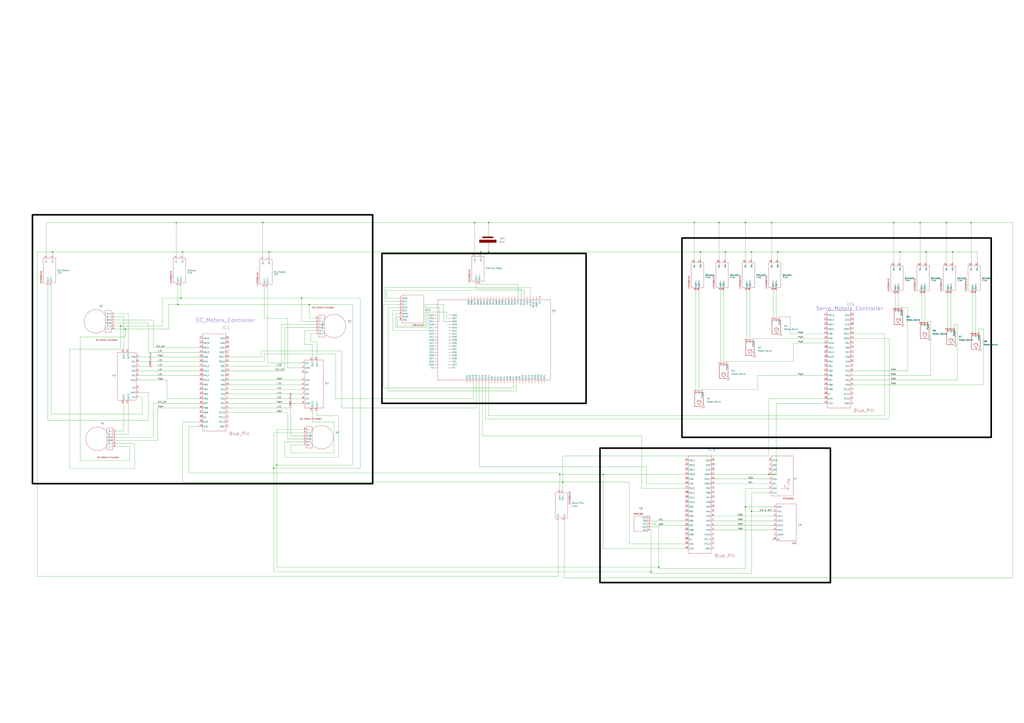
<source format=kicad_sch>
(kicad_sch (version 20231120) (generator "eeschema") (generator_version "8.0")
  (paper "A1")
  (lib_symbols
    (symbol "Blue_Pill_1"
      (property "Reference" "IC" (at -32.258 61.976 0))
      (symbol "Blue_Pill_1_1_1"
        (text "Blue_Pill\n" (at 23.876 -28.702 0) (effects (font (size 2.54 2.54))))
        (pin output line (at 15.24 -22.86 180) (length 2.54) (name "VBAT") (number "1"))
        (pin output line (at 15.24 11.43 180) (length 2.54) (name "PA5") (number "10"))
        (pin output line (at 15.24 15.24 180) (length 2.54) (name "PA6") (number "11"))
        (pin output line (at 15.24 19.05 180) (length 2.54) (name "PA7") (number "12"))
        (pin output line (at 15.24 22.86 180) (length 2.54) (name "PB0") (number "13"))
        (pin output line (at 15.24 26.67 180) (length 2.54) (name "PB1") (number "14"))
        (pin output line (at 15.24 30.48 180) (length 2.54) (name "PB10") (number "15"))
        (pin output line (at 15.24 34.29 180) (length 2.54) (name "PB11") (number "16"))
        (pin output line (at 15.24 38.1 180) (length 2.54) (name "NRST") (number "17"))
        (pin input line (at 15.24 41.91 180) (length 2.54) (name "3.3V") (number "18"))
        (pin input line (at 15.24 45.72 180) (length 2.54) (name "GND") (number "19"))
        (pin output line (at 15.24 -19.05 180) (length 2.54) (name "PC13") (number "2"))
        (pin input line (at 15.24 49.53 180) (length 2.54) (name "GND") (number "20"))
        (pin output line (at -8.89 49.53 0) (length 2.54) (name "PB12") (number "21"))
        (pin output line (at -8.89 45.72 0) (length 2.54) (name "PB13") (number "22"))
        (pin output line (at -8.89 41.91 0) (length 2.54) (name "PB14") (number "23"))
        (pin output line (at -8.89 38.1 0) (length 2.54) (name "PB15") (number "24"))
        (pin output line (at -8.89 34.29 0) (length 2.54) (name "PA8") (number "25"))
        (pin output line (at -8.89 30.48 0) (length 2.54) (name "PA9") (number "26"))
        (pin output line (at -8.89 26.67 0) (length 2.54) (name "PA10") (number "27"))
        (pin output line (at -8.89 22.86 0) (length 2.54) (name "PA11") (number "28"))
        (pin output line (at -8.89 19.05 0) (length 2.54) (name "PA12") (number "29"))
        (pin output line (at 15.24 -15.24 180) (length 2.54) (name "PC14") (number "3"))
        (pin output line (at -8.89 15.24 0) (length 2.54) (name "PA15") (number "30"))
        (pin output line (at -8.89 11.43 0) (length 2.54) (name "PB3") (number "31"))
        (pin output line (at -8.89 7.62 0) (length 2.54) (name "PB4") (number "32"))
        (pin output line (at -8.89 3.81 0) (length 2.54) (name "PB5") (number "33"))
        (pin output line (at -8.89 0 0) (length 2.54) (name "PB6") (number "34"))
        (pin output line (at -8.89 -3.81 0) (length 2.54) (name "PB7") (number "35"))
        (pin output line (at -8.89 -7.62 0) (length 2.54) (name "PB8") (number "36"))
        (pin output line (at -8.89 -11.43 0) (length 2.54) (name "PB9") (number "37"))
        (pin input line (at -8.89 -15.24 0) (length 2.54) (name "5V") (number "38"))
        (pin input line (at -8.89 -19.05 0) (length 2.54) (name "GND") (number "39"))
        (pin output line (at 15.24 -11.43 180) (length 2.54) (name "PC15") (number "4"))
        (pin input line (at -8.89 -22.86 0) (length 2.54) (name "3.3V") (number "40"))
        (pin output line (at 15.24 -7.62 180) (length 2.54) (name "PA0") (number "5"))
        (pin output line (at 15.24 -3.81 180) (length 2.54) (name "PA1") (number "6"))
        (pin output line (at 15.24 0 180) (length 2.54) (name "PA2") (number "7"))
        (pin output line (at 15.24 3.81 180) (length 2.54) (name "PA3") (number "8"))
        (pin output line (at 15.24 7.62 180) (length 2.54) (name "PA4") (number "9"))
      )
    )
    (symbol "Blue_Pill_2"
      (property "Reference" "IC" (at -32.258 61.976 0))
      (symbol "Blue_Pill_2_1_1"
        (text "Blue_Pill\n" (at 23.876 -28.702 0) (effects (font (size 2.54 2.54))))
        (pin output line (at 15.24 -22.86 180) (length 2.54) (name "VBAT") (number "1"))
        (pin output line (at 15.24 11.43 180) (length 2.54) (name "PA5") (number "10"))
        (pin output line (at 15.24 15.24 180) (length 2.54) (name "PA6") (number "11"))
        (pin output line (at 15.24 19.05 180) (length 2.54) (name "PA7") (number "12"))
        (pin output line (at 15.24 22.86 180) (length 2.54) (name "PB0") (number "13"))
        (pin output line (at 15.24 26.67 180) (length 2.54) (name "PB1") (number "14"))
        (pin output line (at 15.24 30.48 180) (length 2.54) (name "PB10") (number "15"))
        (pin output line (at 15.24 34.29 180) (length 2.54) (name "PB11") (number "16"))
        (pin output line (at 15.24 38.1 180) (length 2.54) (name "NRST") (number "17"))
        (pin input line (at 15.24 41.91 180) (length 2.54) (name "3.3V") (number "18"))
        (pin input line (at 15.24 45.72 180) (length 2.54) (name "GND") (number "19"))
        (pin output line (at 15.24 -19.05 180) (length 2.54) (name "PC13") (number "2"))
        (pin input line (at 15.24 49.53 180) (length 2.54) (name "GND") (number "20"))
        (pin output line (at -8.89 49.53 0) (length 2.54) (name "PB12") (number "21"))
        (pin output line (at -8.89 45.72 0) (length 2.54) (name "PB13") (number "22"))
        (pin output line (at -8.89 41.91 0) (length 2.54) (name "PB14") (number "23"))
        (pin output line (at -8.89 38.1 0) (length 2.54) (name "PB15") (number "24"))
        (pin output line (at -8.89 34.29 0) (length 2.54) (name "PA8") (number "25"))
        (pin output line (at -8.89 30.48 0) (length 2.54) (name "PA9") (number "26"))
        (pin output line (at -8.89 26.67 0) (length 2.54) (name "PA10") (number "27"))
        (pin output line (at -8.89 22.86 0) (length 2.54) (name "PA11") (number "28"))
        (pin output line (at -8.89 19.05 0) (length 2.54) (name "PA12") (number "29"))
        (pin output line (at 15.24 -15.24 180) (length 2.54) (name "PC14") (number "3"))
        (pin output line (at -8.89 15.24 0) (length 2.54) (name "PA15") (number "30"))
        (pin output line (at -8.89 11.43 0) (length 2.54) (name "PB3") (number "31"))
        (pin output line (at -8.89 7.62 0) (length 2.54) (name "PB4") (number "32"))
        (pin output line (at -8.89 3.81 0) (length 2.54) (name "PB5") (number "33"))
        (pin output line (at -8.89 0 0) (length 2.54) (name "PB6") (number "34"))
        (pin output line (at -8.89 -3.81 0) (length 2.54) (name "PB7") (number "35"))
        (pin output line (at -8.89 -7.62 0) (length 2.54) (name "PB8") (number "36"))
        (pin output line (at -8.89 -11.43 0) (length 2.54) (name "PB9") (number "37"))
        (pin input line (at -8.89 -15.24 0) (length 2.54) (name "5V") (number "38"))
        (pin input line (at -8.89 -19.05 0) (length 2.54) (name "GND") (number "39"))
        (pin output line (at 15.24 -11.43 180) (length 2.54) (name "PC15") (number "4"))
        (pin input line (at -8.89 -22.86 0) (length 2.54) (name "3.3V") (number "40"))
        (pin output line (at 15.24 -7.62 180) (length 2.54) (name "PA0") (number "5"))
        (pin output line (at 15.24 -3.81 180) (length 2.54) (name "PA1") (number "6"))
        (pin output line (at 15.24 0 180) (length 2.54) (name "PA2") (number "7"))
        (pin output line (at 15.24 3.81 180) (length 2.54) (name "PA3") (number "8"))
        (pin output line (at 15.24 7.62 180) (length 2.54) (name "PA4") (number "9"))
      )
    )
    (symbol "DC_Motor_Encoder_1"
      (property "Reference" "M" (at -20.066 5.842 0))
      (symbol "DC_Motor_Encoder_1_1_1"
        (text "DC_Motor+Encoder" (at -2.54 -20.32 0) (effects (font (size 1.27 1.27))))
        (pin input line (at 3.81 1.27 180) (length 2.54) (name "M+") (number "1"))
        (pin input line (at 3.81 -1.27 180) (length 2.54) (name "M-") (number "2"))
        (pin input line (at 3.81 -3.81 180) (length 2.54) (name "CHA") (number "3"))
        (pin input line (at 3.81 -6.35 180) (length 2.54) (name "CHB") (number "4"))
        (pin input line (at 3.81 -8.89 180) (length 2.54) (name "E+") (number "5"))
        (pin input line (at 3.81 -11.43 180) (length 2.54) (name "E-") (number "6"))
      )
    )
    (symbol "DC_Motor_Encoder_2"
      (property "Reference" "M" (at -20.066 5.842 0))
      (symbol "DC_Motor_Encoder_2_1_1"
        (text "DC_Motor+Encoder" (at -2.54 -20.32 0) (effects (font (size 1.27 1.27))))
        (pin input line (at 3.81 1.27 180) (length 2.54) (name "M+") (number "1"))
        (pin input line (at 3.81 -1.27 180) (length 2.54) (name "M-") (number "2"))
        (pin input line (at 3.81 -3.81 180) (length 2.54) (name "CHA") (number "3"))
        (pin input line (at 3.81 -6.35 180) (length 2.54) (name "CHB") (number "4"))
        (pin input line (at 3.81 -8.89 180) (length 2.54) (name "E+") (number "5"))
        (pin input line (at 3.81 -11.43 180) (length 2.54) (name "E-") (number "6"))
      )
    )
    (symbol "Device:Battery_Cell" (pin_numbers hide) (pin_names (offset 0) hide)
      (property "Reference" "BT1" (at -9.652 0.508 0))
      (property "Value" "25.2" (at -8.636 3.302 0))
      (symbol "Battery_Cell_1_1"
        (pin passive line (at 0 6.35 270) (length 2.54) (name "+") (number "1"))
        (pin passive line (at 0 -2.54 90) (length 2.54) (name "-") (number "2"))
      )
    )
    (symbol "M4_library:Arduino_Mega"
      (property "Reference" "IC" (at -18.542 24.638 0))
      (symbol "Arduino_Mega_1_1"
        (pin input line (at -21.59 6.35 0) (length 2.54) (name "+3.3V") (number ""))
        (pin input line (at -21.59 3.81 0) (length 2.54) (name "+5V") (number ""))
        (pin input line (at 36.83 -69.85 270) (length 2.54) (name "5V") (number ""))
        (pin input line (at 36.83 -60.96 90) (length 2.54) (name "5V") (number ""))
        (pin input line (at 49.53 12.7 180) (length 2.54) (name "AREF") (number ""))
        (pin input line (at 49.53 -25.4 180) (length 2.54) (name "D0") (number ""))
        (pin input line (at 49.53 -22.86 180) (length 2.54) (name "D1") (number ""))
        (pin input line (at 49.53 0 180) (length 2.54) (name "D10") (number ""))
        (pin input line (at 49.53 2.54 180) (length 2.54) (name "D11") (number ""))
        (pin input line (at 49.53 5.08 180) (length 2.54) (name "D12") (number ""))
        (pin input line (at 49.53 7.62 180) (length 2.54) (name "D13") (number ""))
        (pin input line (at 49.53 -27.94 180) (length 2.54) (name "D14") (number ""))
        (pin input line (at 49.53 -30.48 180) (length 2.54) (name "D15") (number ""))
        (pin input line (at 49.53 -33.02 180) (length 2.54) (name "D16") (number ""))
        (pin input line (at 49.53 -35.56 180) (length 2.54) (name "D17") (number ""))
        (pin input line (at 49.53 -38.1 180) (length 2.54) (name "D18") (number ""))
        (pin input line (at 49.53 -40.64 180) (length 2.54) (name "D19") (number ""))
        (pin input line (at 49.53 -20.32 180) (length 2.54) (name "D2") (number ""))
        (pin input line (at 49.53 -43.18 180) (length 2.54) (name "D20") (number ""))
        (pin input line (at 49.53 15.24 180) (length 2.54) (name "D20") (number ""))
        (pin input line (at 49.53 -45.72 180) (length 2.54) (name "D21") (number ""))
        (pin input line (at 49.53 17.78 180) (length 2.54) (name "D21") (number ""))
        (pin input line (at 34.29 -60.96 90) (length 2.54) (name "D22") (number ""))
        (pin input line (at 34.29 -69.85 270) (length 2.54) (name "D23") (number ""))
        (pin input line (at 31.75 -60.96 90) (length 2.54) (name "D24") (number ""))
        (pin input line (at 31.75 -69.85 270) (length 2.54) (name "D25") (number ""))
        (pin input line (at 29.21 -60.96 90) (length 2.54) (name "D26") (number ""))
        (pin input line (at 29.21 -69.85 270) (length 2.54) (name "D27") (number ""))
        (pin input line (at 26.67 -60.96 90) (length 2.54) (name "D28") (number ""))
        (pin input line (at 26.67 -69.85 270) (length 2.54) (name "D29") (number ""))
        (pin input line (at 49.53 -17.78 180) (length 2.54) (name "D3") (number ""))
        (pin input line (at 24.13 -60.96 90) (length 2.54) (name "D30") (number ""))
        (pin input line (at 24.13 -69.85 270) (length 2.54) (name "D31") (number ""))
        (pin input line (at 21.59 -60.96 90) (length 2.54) (name "D32") (number ""))
        (pin input line (at 21.59 -69.85 270) (length 2.54) (name "D33") (number ""))
        (pin input line (at 19.05 -60.96 90) (length 2.54) (name "D34") (number ""))
        (pin input line (at 19.05 -69.85 270) (length 2.54) (name "D35") (number ""))
        (pin input line (at 16.51 -60.96 90) (length 2.54) (name "D36") (number ""))
        (pin input line (at 16.51 -69.85 270) (length 2.54) (name "D37") (number ""))
        (pin input line (at 13.97 -60.96 90) (length 2.54) (name "D38") (number ""))
        (pin input line (at 13.97 -69.85 270) (length 2.54) (name "D39") (number ""))
        (pin input line (at 49.53 -15.24 180) (length 2.54) (name "D4") (number ""))
        (pin input line (at 11.43 -60.96 90) (length 2.54) (name "D40") (number ""))
        (pin input line (at 11.43 -69.85 270) (length 2.54) (name "D41") (number ""))
        (pin input line (at 8.89 -60.96 90) (length 2.54) (name "D42") (number ""))
        (pin input line (at 8.89 -69.85 270) (length 2.54) (name "D43") (number ""))
        (pin input line (at 6.35 -60.96 90) (length 2.54) (name "D44") (number ""))
        (pin input line (at 6.35 -69.85 270) (length 2.54) (name "D45") (number ""))
        (pin input line (at 3.81 -60.96 90) (length 2.54) (name "D46") (number ""))
        (pin input line (at 3.81 -69.85 270) (length 2.54) (name "D47") (number ""))
        (pin input line (at 1.27 -60.96 90) (length 2.54) (name "D48") (number ""))
        (pin input line (at 1.27 -69.85 270) (length 2.54) (name "D49") (number ""))
        (pin input line (at 49.53 -12.7 180) (length 2.54) (name "D5") (number ""))
        (pin input line (at -1.27 -60.96 90) (length 2.54) (name "D50") (number ""))
        (pin input line (at -1.27 -69.85 270) (length 2.54) (name "D51") (number ""))
        (pin input line (at -3.81 -60.96 90) (length 2.54) (name "D52") (number ""))
        (pin input line (at -3.81 -69.85 270) (length 2.54) (name "D53") (number ""))
        (pin input line (at -21.59 -6.35 0) (length 2.54) (name "D54") (number ""))
        (pin input line (at -21.59 -8.89 0) (length 2.54) (name "D55") (number ""))
        (pin input line (at -21.59 -11.43 0) (length 2.54) (name "D56") (number ""))
        (pin input line (at -21.59 -13.97 0) (length 2.54) (name "D57") (number ""))
        (pin input line (at -21.59 -16.51 0) (length 2.54) (name "D58") (number ""))
        (pin input line (at -21.59 -19.05 0) (length 2.54) (name "D59") (number ""))
        (pin input line (at 49.53 -10.16 180) (length 2.54) (name "D6") (number ""))
        (pin input line (at -21.59 -21.59 0) (length 2.54) (name "D60") (number ""))
        (pin input line (at -21.59 -24.13 0) (length 2.54) (name "D61") (number ""))
        (pin input line (at -21.59 -26.67 0) (length 2.54) (name "D62") (number ""))
        (pin input line (at -21.59 -29.21 0) (length 2.54) (name "D63") (number ""))
        (pin input line (at -21.59 -31.75 0) (length 2.54) (name "D64") (number ""))
        (pin input line (at -21.59 -34.29 0) (length 2.54) (name "D65") (number ""))
        (pin input line (at -21.59 -36.83 0) (length 2.54) (name "D66") (number ""))
        (pin input line (at -21.59 -39.37 0) (length 2.54) (name "D67") (number ""))
        (pin input line (at -21.59 -41.91 0) (length 2.54) (name "D68") (number ""))
        (pin input line (at -21.59 -44.45 0) (length 2.54) (name "D69") (number ""))
        (pin input line (at 49.53 -7.62 180) (length 2.54) (name "D7") (number ""))
        (pin input line (at 49.53 -5.08 180) (length 2.54) (name "D8") (number ""))
        (pin input line (at 49.53 -2.54 180) (length 2.54) (name "D9") (number ""))
        (pin input line (at -21.59 -1.27 0) (length 2.54) (name "GND") (number ""))
        (pin input line (at -21.59 1.27 0) (length 2.54) (name "GND") (number ""))
        (pin input line (at -6.35 -69.85 270) (length 2.54) (name "GND") (number ""))
        (pin input line (at -6.35 -60.96 90) (length 2.54) (name "GND") (number ""))
        (pin input line (at 49.53 10.16 180) (length 2.54) (name "GND") (number ""))
        (pin input line (at -21.59 11.43 0) (length 2.54) (name "IOREF") (number ""))
        (pin no_connect line (at -21.59 13.97 0) (length 2.54) (name "NC") (number ""))
        (pin input line (at -21.59 8.89 0) (length 2.54) (name "RESET") (number ""))
        (pin input line (at -21.59 -3.81 0) (length 2.54) (name "VIN") (number ""))
      )
    )
    (symbol "M4_library:BM180"
      (property "Reference" "IC" (at -6.858 8.128 0))
      (symbol "BM180_1_1"
        (text "BMP180" (at 1.524 -8.128 0) (effects (font (size 1.27 1.27))))
        (pin input line (at -8.89 5.08 0) (length 2.54) (name "VCC") (number "1"))
        (pin input line (at -8.89 2.54 0) (length 2.54) (name "GND") (number "2"))
        (pin output line (at -8.89 0 0) (length 2.54) (name "SCL") (number "3"))
        (pin output line (at -8.89 -2.54 0) (length 2.54) (name "SDA") (number "4"))
        (pin output line (at -8.89 -5.08 0) (length 2.54) (name "3.3V") (number "5"))
      )
    )
    (symbol "M4_library:Blue_Pill"
      (property "Reference" "IC" (at -32.258 61.976 0))
      (symbol "Blue_Pill_1_1"
        (text "Blue_Pill\n" (at 23.876 -28.702 0) (effects (font (size 2.54 2.54))))
        (pin output line (at 15.24 -22.86 180) (length 2.54) (name "VBAT") (number "1"))
        (pin output line (at 15.24 11.43 180) (length 2.54) (name "PA5") (number "10"))
        (pin output line (at 15.24 15.24 180) (length 2.54) (name "PA6") (number "11"))
        (pin output line (at 15.24 19.05 180) (length 2.54) (name "PA7") (number "12"))
        (pin output line (at 15.24 22.86 180) (length 2.54) (name "PB0") (number "13"))
        (pin output line (at 15.24 26.67 180) (length 2.54) (name "PB1") (number "14"))
        (pin output line (at 15.24 30.48 180) (length 2.54) (name "PB10") (number "15"))
        (pin output line (at 15.24 34.29 180) (length 2.54) (name "PB11") (number "16"))
        (pin output line (at 15.24 38.1 180) (length 2.54) (name "NRST") (number "17"))
        (pin input line (at 15.24 41.91 180) (length 2.54) (name "3.3V") (number "18"))
        (pin input line (at 15.24 45.72 180) (length 2.54) (name "GND") (number "19"))
        (pin output line (at 15.24 -19.05 180) (length 2.54) (name "PC13") (number "2"))
        (pin input line (at 15.24 49.53 180) (length 2.54) (name "GND") (number "20"))
        (pin output line (at -8.89 49.53 0) (length 2.54) (name "PB12") (number "21"))
        (pin output line (at -8.89 45.72 0) (length 2.54) (name "PB13") (number "22"))
        (pin output line (at -8.89 41.91 0) (length 2.54) (name "PB14") (number "23"))
        (pin output line (at -8.89 38.1 0) (length 2.54) (name "PB15") (number "24"))
        (pin output line (at -8.89 34.29 0) (length 2.54) (name "PA8") (number "25"))
        (pin output line (at -8.89 30.48 0) (length 2.54) (name "PA9") (number "26"))
        (pin output line (at -8.89 26.67 0) (length 2.54) (name "PA10") (number "27"))
        (pin output line (at -8.89 22.86 0) (length 2.54) (name "PA11") (number "28"))
        (pin output line (at -8.89 19.05 0) (length 2.54) (name "PA12") (number "29"))
        (pin output line (at 15.24 -15.24 180) (length 2.54) (name "PC14") (number "3"))
        (pin output line (at -8.89 15.24 0) (length 2.54) (name "PA15") (number "30"))
        (pin output line (at -8.89 11.43 0) (length 2.54) (name "PB3") (number "31"))
        (pin output line (at -8.89 7.62 0) (length 2.54) (name "PB4") (number "32"))
        (pin output line (at -8.89 3.81 0) (length 2.54) (name "PB5") (number "33"))
        (pin output line (at -8.89 0 0) (length 2.54) (name "PB6") (number "34"))
        (pin output line (at -8.89 -3.81 0) (length 2.54) (name "PB7") (number "35"))
        (pin output line (at -8.89 -7.62 0) (length 2.54) (name "PB8") (number "36"))
        (pin output line (at -8.89 -11.43 0) (length 2.54) (name "PB9") (number "37"))
        (pin input line (at -8.89 -15.24 0) (length 2.54) (name "5V") (number "38"))
        (pin input line (at -8.89 -19.05 0) (length 2.54) (name "GND") (number "39"))
        (pin output line (at 15.24 -11.43 180) (length 2.54) (name "PC15") (number "4"))
        (pin input line (at -8.89 -22.86 0) (length 2.54) (name "3.3V") (number "40"))
        (pin output line (at 15.24 -7.62 180) (length 2.54) (name "PA0") (number "5"))
        (pin output line (at 15.24 -3.81 180) (length 2.54) (name "PA1") (number "6"))
        (pin output line (at 15.24 0 180) (length 2.54) (name "PA2") (number "7"))
        (pin output line (at 15.24 3.81 180) (length 2.54) (name "PA3") (number "8"))
        (pin output line (at 15.24 7.62 180) (length 2.54) (name "PA4") (number "9"))
      )
    )
    (symbol "M4_library:ESC"
      (property "Reference" "IC6" (at 8.89 -2.0347 0))
      (property "Value" "~" (at 8.89 -3.9398 0))
      (symbol "ESC_1_1"
        (text "ESC" (at 6.096 -17.272 0) (effects (font (size 1.27 1.27))))
        (pin input line (at -11.43 12.7 0) (length 2.54) (name "GND") (number "1"))
        (pin input line (at -11.43 8.89 0) (length 2.54) (name "VCC") (number "2"))
        (pin output line (at -11.43 5.08 0) (length 2.54) (name "ESC1") (number "3"))
        (pin output line (at -11.43 1.27 0) (length 2.54) (name "ESC2") (number "4"))
        (pin output line (at -11.43 -2.54 0) (length 2.54) (name "ESC3") (number "5"))
        (pin output line (at -11.43 -6.35 0) (length 2.54) (name "ESC4") (number "6"))
        (pin output line (at -11.43 -10.16 0) (length 2.54) (name "CURR") (number "7"))
        (pin no_connect line (at -11.43 -13.97 0) (length 2.54) (name "NC") (number "8"))
      )
    )
    (symbol "M4_library:L298N_DRIVER"
      (property "Reference" "IC" (at -19.304 11.43 0))
      (symbol "L298N_DRIVER_1_1"
        (text "L298N_Driver\n" (at 12.7 -16.764 0) (effects (font (size 1.27 1.27))))
        (pin input line (at -10.16 -7.62 90) (length 2.54) (name "5V") (number "0"))
        (pin input line (at -17.78 -7.62 90) (length 2.54) (name "Vin") (number "1"))
        (pin output line (at -22.86 5.08 0) (length 2.54) (name "OUT1") (number "10"))
        (pin output line (at -22.86 1.27 0) (length 2.54) (name "OUT2") (number "11"))
        (pin output line (at 21.59 1.27 180) (length 2.54) (name "OUT3") (number "12"))
        (pin output line (at 21.59 5.08 180) (length 2.54) (name "OUT4") (number "13"))
        (pin input line (at -13.97 -7.62 90) (length 2.54) (name "GND") (number "2"))
        (pin output line (at -3.81 -7.62 90) (length 2.54) (name "ENA") (number "4"))
        (pin output line (at 0 -7.62 90) (length 2.54) (name "IN1") (number "5"))
        (pin output line (at 3.81 -7.62 90) (length 2.54) (name "IN2") (number "6"))
        (pin output line (at 7.62 -7.62 90) (length 2.54) (name "IN3") (number "7"))
        (pin output line (at 11.43 -7.62 90) (length 2.54) (name "IN4") (number "8"))
        (pin output line (at 15.24 -7.62 90) (length 2.54) (name "ENB") (number "9"))
      )
    )
    (symbol "M4_library:LM2596HVS"
      (property "Reference" "VR" (at -9.652 7.366 0))
      (symbol "LM2596HVS_1_1"
        (text "LM2596HVS\n" (at 5.842 -6.858 0) (effects (font (size 1.27 1.27))))
        (pin input line (at -12.7 2.54 0) (length 2.54) (name "IN+") (number "1"))
        (pin input line (at -12.7 -2.54 0) (length 2.54) (name "IN-") (number "2"))
        (pin output line (at 12.7 1.27 180) (length 2.54) (name "OUT+") (number "3"))
        (pin output line (at 12.7 -1.27 180) (length 2.54) (name "OUT-") (number "4"))
      )
    )
    (symbol "M4_library:MPU6050"
      (property "Reference" "IC7" (at 10.16 -2.4157 0))
      (property "Value" "~" (at 10.16 -4.3208 0))
      (symbol "MPU6050_1_1"
        (text "MPU6050\n" (at 6.096 -18.542 0) (effects (font (size 1.27 1.27))))
        (text "X" (at 3.048 -8.636 0) (effects (font (size 1.27 1.27))))
        (text "Y" (at 5.334 -5.334 0) (effects (font (size 1.27 1.27))))
        (pin input line (at -10.16 -13.97 0) (length 2.54) (name "VCC") (number "1"))
        (pin input line (at -10.16 -10.16 0) (length 2.54) (name "GND") (number "2"))
        (pin output line (at -10.16 -6.35 0) (length 2.54) (name "SCL") (number "3"))
        (pin output line (at -10.16 -2.54 0) (length 2.54) (name "SDA") (number "4"))
        (pin output line (at -10.16 1.27 0) (length 2.54) (name "XCL") (number "5"))
        (pin output line (at -10.16 5.08 0) (length 2.54) (name "XDA") (number "6"))
        (pin output line (at -10.16 8.89 0) (length 2.54) (name "AD0") (number "7"))
        (pin output line (at -10.16 12.7 0) (length 2.54) (name "INT0") (number "8"))
      )
    )
    (symbol "M4_library:NRF24L01_"
      (property "Reference" "IC" (at -8.89 12.954 0))
      (symbol "NRF24L01__1_1"
        (text "NRF24L01\n" (at 4.572 -13.208 0) (effects (font (size 1.27 1.27))))
        (pin input line (at -11.43 8.89 0) (length 2.54) (name "GND") (number "1"))
        (pin input line (at -11.43 6.35 0) (length 2.54) (name "VCC") (number "2"))
        (pin input line (at -11.43 3.81 0) (length 2.54) (name "CE") (number "3"))
        (pin input line (at -11.43 1.27 0) (length 2.54) (name "CSN") (number "4"))
        (pin input line (at -11.43 -1.27 0) (length 2.54) (name "SCK") (number "5"))
        (pin input line (at -11.43 -3.81 0) (length 2.54) (name "MOSI") (number "6"))
        (pin input line (at -11.43 -6.35 0) (length 2.54) (name "MISO") (number "7"))
        (pin input line (at -11.43 -8.89 0) (length 2.54) (name "IRQ") (number "8"))
      )
    )
    (symbol "Motor:Motor_Servo" (pin_names (offset 0.0254))
      (property "Reference" "M" (at -5.08 4.445 0))
      (property "Value" "Motor_Servo" (at -5.08 -4.064 0))
      (symbol "Motor_Servo_1_1"
        (pin passive line (at -7.62 2.54 0) (length 2.54) (name "PWM") (number "1"))
        (pin passive line (at -7.62 0 0) (length 2.54) (name "+") (number "2"))
        (pin passive line (at -7.62 -2.54 0) (length 2.54) (name "-") (number "3"))
      )
    )
  )
  (junction (at 631.19 389.89))
  (junction (at 782.32 207.01))
  (junction (at 220.98 207.01))
  (junction (at 534.67 469.9))
  (junction (at 224.79 384.81))
  (junction (at 389.89 182.88))
  (junction (at 617.22 420.37))
  (junction (at 462.28 396.24))
  (junction (at 149.86 207.01))
  (junction (at 570.23 182.88))
  (junction (at 595.63 207.01))
  (junction (at 739.14 207.01))
  (junction (at 734.06 182.88))
  (junction (at 590.55 182.88))
  (junction (at 797.56 182.88))
  (junction (at 102.87 270.51))
  (junction (at 215.9 182.88))
  (junction (at 144.78 182.88))
  (junction (at 148.59 245.11))
  (junction (at 99.06 267.97))
  (junction (at 612.14 182.88))
  (junction (at 459.74 389.89))
  (junction (at 633.73 182.88))
  (junction (at 401.32 207.01))
  (junction (at 254 250.19))
  (junction (at 575.31 207.01))
  (junction (at 541.02 466.09))
  (junction (at 755.65 182.88))
  (junction (at 227.33 382.27))
  (junction (at 146.05 250.19))
  (junction (at 638.81 207.01))
  (junction (at 760.73 207.01))
  (junction (at 617.22 207.01))
  (junction (at 394.97 207.01))
  (junction (at 495.3 389.89))
  (junction (at 43.18 207.01))
  (junction (at 612.14 416.56))
  (junction (at 777.24 182.88))
  (junction (at 247.65 245.11))
  (junction (at 401.32 182.88))
  (wire (pts (xy 591.82 238.76) (xy 591.82 297.18)))
  (wire (pts (xy 187.96 297.18) (xy 217.17 297.18)))
  (wire (pts (xy 367.03 256.54) (xy 367.03 261.62)))
  (wire (pts (xy 534.67 471.17) (xy 617.22 471.17)))
  (wire (pts (xy 637.54 389.89) (xy 631.19 389.89)))
  (wire (pts (xy 398.78 344.17) (xy 730.25 344.17)))
  (wire (pts (xy 759.46 241.3) (xy 759.46 264.16)))
  (wire (pts (xy 803.91 270.51) (xy 807.72 270.51)))
  (wire (pts (xy 783.59 266.7) (xy 786.13 266.7)))
  (wire (pts (xy 137.16 327.66) (xy 163.83 327.66)))
  (wire (pts (xy 66.04 378.46) (xy 66.04 276.86)))
  (wire (pts (xy 640.08 260.35) (xy 648.97 260.35)))
  (wire (pts (xy 612.14 416.56) (xy 612.14 467.36)))
  (wire (pts (xy 317.5 238.76) (xy 430.53 238.76)))
  (wire (pts (xy 394.97 207.01) (xy 401.32 207.01)))
  (wire (pts (xy 617.22 207.01) (xy 595.63 207.01)))
  (wire (pts (xy 110.49 364.49) (xy 110.49 384.81)))
  (wire (pts (xy 367.03 261.62) (xy 368.3 261.62)))
  (wire (pts (xy 463.55 474.98) (xy 831.85 474.98)))
  (wire (pts (xy 114.3 300.99) (xy 163.83 300.99)))
  (wire (pts (xy 613.41 238.76) (xy 613.41 278.13)))
  (wire (pts (xy 121.92 322.58) (xy 114.3 322.58)))
  (wire (pts (xy 534.67 433.07) (xy 541.02 433.07)))
  (wire (pts (xy 807.72 316.23) (xy 701.04 316.23)))
  (wire (pts (xy 622.3 308.61) (xy 676.91 308.61)))
  (wire (pts (xy 260.35 280.67) (xy 255.27 280.67)))
  (wire (pts (xy 248.92 360.68) (xy 236.22 360.68)))
  (wire (pts (xy 39.37 234.95) (xy 39.37 345.44)))
  (wire (pts (xy 220.98 207.01) (xy 394.97 207.01)))
  (wire (pts (xy 739.14 207.01) (xy 760.73 207.01)))
  (wire (pts (xy 760.73 207.01) (xy 782.32 207.01)))
  (wire (pts (xy 595.63 207.01) (xy 575.31 207.01)))
  (wire (pts (xy 734.06 182.88) (xy 734.06 215.9)))
  (wire (pts (xy 534.67 427.99) (xy 537.21 427.99)))
  (wire (pts (xy 351.79 256.54) (xy 367.03 256.54)))
  (wire (pts (xy 105.41 257.81) (xy 105.41 287.02)))
  (wire (pts (xy 360.68 252.73) (xy 360.68 264.16)))
  (wire (pts (xy 95.25 364.49) (xy 110.49 364.49)))
  (wire (pts (xy 57.15 384.81) (xy 57.15 287.02)))
  (wire (pts (xy 215.9 182.88) (xy 215.9 210.82)))
  (wire (pts (xy 562.61 447.04) (xy 516.89 447.04)))
  (wire (pts (xy 116.84 326.39) (xy 114.3 326.39)))
  (wire (pts (xy 259.08 269.24) (xy 233.68 269.24)))
  (wire (pts (xy 325.12 269.24) (xy 350.52 269.24)))
  (wire (pts (xy 238.76 358.14) (xy 238.76 335.28)))
  (wire (pts (xy 99.06 267.97) (xy 133.35 267.97)))
  (wire (pts (xy 137.16 312.42) (xy 137.16 327.66)))
  (wire (pts (xy 575.31 213.36) (xy 575.31 207.01)))
  (wire (pts (xy 421.64 318.77) (xy 421.64 314.96)))
  (wire (pts (xy 538.48 430.53) (xy 538.48 427.99)))
  (wire (pts (xy 735.33 241.3) (xy 735.33 252.73)))
  (wire (pts (xy 238.76 372.11) (xy 238.76 365.76)))
  (wire (pts (xy 756.92 241.3) (xy 756.92 264.16)))
  (wire (pts (xy 576.58 320.04) (xy 622.3 320.04)))
  (wire (pts (xy 121.92 265.43) (xy 121.92 289.56)))
  (wire (pts (xy 187.96 312.42) (xy 247.65 312.42)))
  (wire (pts (xy 351.79 271.78) (xy 351.79 256.54)))
  (wire (pts (xy 617.22 420.37) (xy 617.22 471.17)))
  (wire (pts (xy 125.73 285.75) (xy 163.83 285.75)))
  (wire (pts (xy 541.02 466.09) (xy 541.02 467.36)))
  (wire (pts (xy 637.54 331.47) (xy 676.91 331.47)))
  (wire (pts (xy 129.54 361.95) (xy 129.54 335.28)))
  (wire (pts (xy 495.3 450.85) (xy 495.3 389.89)))
  (wire (pts (xy 250.19 271.78) (xy 250.19 283.21)))
  (wire (pts (xy 612.14 213.36) (xy 612.14 182.88)))
  (wire (pts (xy 534.67 435.61) (xy 534.67 469.9)))
  (wire (pts (xy 233.68 363.22) (xy 248.92 363.22)))
  (wire (pts (xy 394.97 207.01) (xy 394.97 208.28)))
  (wire (pts (xy 401.32 207.01) (xy 575.31 207.01)))
  (wire (pts (xy 101.6 354.33) (xy 95.25 354.33)))
  (wire (pts (xy 396.24 358.14) (xy 527.05 358.14)))
  (wire (pts (xy 401.32 341.63) (xy 726.44 341.63)))
  (wire (pts (xy 635 260.35) (xy 635 238.76)))
  (wire (pts (xy 595.63 213.36) (xy 595.63 207.01)))
  (wire (pts (xy 462.28 396.24) (xy 462.28 402.59)))
  (wire (pts (xy 458.47 473.71) (xy 30.48 473.71)))
  (wire (pts (xy 238.76 365.76) (xy 248.92 365.76)))
  (wire (pts (xy 322.58 255.27) (xy 322.58 271.78)))
  (wire (pts (xy 116.84 340.36) (xy 116.84 326.39)))
  (wire (pts (xy 114.3 293.37) (xy 163.83 293.37)))
  (wire (pts (xy 739.14 207.01) (xy 739.14 215.9)))
  (wire (pts (xy 633.73 213.36) (xy 633.73 182.88)))
  (wire (pts (xy 651.51 281.94) (xy 676.91 281.94)))
  (wire (pts (xy 219.71 236.22) (xy 219.71 298.45)))
  (wire (pts (xy 586.74 427.99) (xy 635 427.99)))
  (wire (pts (xy 255.27 280.67) (xy 255.27 274.32)))
  (wire (pts (xy 327.66 250.19) (xy 314.96 250.19)))
  (wire (pts (xy 101.6 287.02) (xy 101.6 260.35)))
  (wire (pts (xy 125.73 359.41) (xy 125.73 331.47)))
  (wire (pts (xy 106.68 378.46) (xy 66.04 378.46)))
  (wire (pts (xy 233.68 269.24) (xy 233.68 304.8)))
  (wire (pts (xy 530.86 383.54) (xy 530.86 397.51)))
  (wire (pts (xy 762 264.16) (xy 764.54 264.16)))
  (wire (pts (xy 43.18 207.01) (xy 43.18 209.55)))
  (wire (pts (xy 316.23 236.22) (xy 435.61 236.22)))
  (wire (pts (xy 289.56 250.19) (xy 254 250.19)))
  (wire (pts (xy 740.41 252.73) (xy 745.49 252.73)))
  (wire (pts (xy 224.79 469.9) (xy 224.79 384.81)))
  (wire (pts (xy 622.3 320.04) (xy 622.3 308.61)))
  (wire (pts (xy 102.87 276.86) (xy 102.87 270.51)))
  (wire (pts (xy 248.92 358.14) (xy 238.76 358.14)))
  (wire (pts (xy 314.96 250.19) (xy 314.96 318.77)))
  (wire (pts (xy 248.92 353.06) (xy 227.33 353.06)))
  (wire (pts (xy 760.73 207.01) (xy 760.73 215.9)))
  (wire (pts (xy 802.64 215.9) (xy 802.64 207.01)))
  (wire (pts (xy 236.22 360.68) (xy 236.22 339.09)))
  (wire (pts (xy 537.21 427.99) (xy 537.21 431.8)))
  (wire (pts (xy 364.49 264.16) (xy 368.3 264.16)))
  (wire (pts (xy 227.33 353.06) (xy 227.33 382.27)))
  (wire (pts (xy 99.06 287.02) (xy 99.06 267.97)))
  (wire (pts (xy 278.13 375.92) (xy 233.68 375.92)))
  (wire (pts (xy 148.59 245.11) (xy 247.65 245.11)))
  (wire (pts (xy 458.47 473.71) (xy 458.47 427.99)))
  (wire (pts (xy 393.7 233.68) (xy 425.45 233.68)))
  (wire (pts (xy 777.24 182.88) (xy 777.24 215.9)))
  (wire (pts (xy 95.25 356.87) (xy 105.41 356.87)))
  (wire (pts (xy 777.24 182.88) (xy 755.65 182.88)))
  (wire (pts (xy 236.22 302.26) (xy 247.65 302.26)))
  (wire (pts (xy 224.79 469.9) (xy 534.67 469.9)))
  (wire (pts (xy 149.86 207.01) (xy 220.98 207.01)))
  (wire (pts (xy 633.73 182.88) (xy 734.06 182.88)))
  (wire (pts (xy 586.74 435.61) (xy 635 435.61)))
  (wire (pts (xy 224.79 355.6) (xy 224.79 384.81)))
  (wire (pts (xy 95.25 359.41) (xy 125.73 359.41)))
  (wire (pts (xy 534.67 469.9) (xy 534.67 471.17)))
  (wire (pts (xy 187.96 300.99) (xy 231.14 300.99)))
  (wire (pts (xy 612.14 182.88) (xy 633.73 182.88)))
  (wire (pts (xy 30.48 207.01) (xy 43.18 207.01)))
  (wire (pts (xy 95.25 367.03) (xy 106.68 367.03)))
  (wire (pts (xy 425.45 233.68) (xy 425.45 243.84)))
  (wire (pts (xy 316.23 247.65) (xy 316.23 236.22)))
  (wire (pts (xy 255.27 274.32) (xy 259.08 274.32)))
  (wire (pts (xy 275.59 290.83) (xy 217.17 290.83)))
  (wire (pts (xy 391.16 335.28) (xy 280.67 335.28)))
  (wire (pts (xy 638.81 207.01) (xy 617.22 207.01)))
  (wire (pts (xy 631.19 327.66) (xy 631.19 374.65)))
  (wire (pts (xy 541.02 467.36) (xy 612.14 467.36)))
  (wire (pts (xy 256.54 337.82) (xy 256.54 346.71)))
  (wire (pts (xy 778.51 241.3) (xy 778.51 269.24)))
  (wire (pts (xy 730.25 344.17) (xy 730.25 278.13)))
  (wire (pts (xy 631.19 405.13) (xy 617.22 405.13)))
  (wire (pts (xy 110.49 384.81) (xy 57.15 384.81)))
  (wire (pts (xy 217.17 261.62) (xy 236.22 261.62)))
  (wire (pts (xy 275.59 327.66) (xy 275.59 290.83)))
  (wire (pts (xy 93.98 267.97) (xy 99.06 267.97)))
  (wire (pts (xy 782.32 207.01) (xy 782.32 215.9)))
  (wire (pts (xy 227.33 382.27) (xy 289.56 382.27)))
  (wire (pts (xy 574.04 238.76) (xy 574.04 320.04)))
  (wire (pts (xy 831.85 474.98) (xy 831.85 182.88)))
  (wire (pts (xy 637.54 389.89) (xy 637.54 331.47)))
  (wire (pts (xy 612.14 416.56) (xy 635 416.56)))
  (wire (pts (xy 782.32 207.01) (xy 802.64 207.01)))
  (wire (pts (xy 93.98 270.51) (xy 102.87 270.51)))
  (wire (pts (xy 154.94 388.62) (xy 459.74 388.62)))
  (wire (pts (xy 256.54 293.37) (xy 256.54 283.21)))
  (wire (pts (xy 149.86 396.24) (xy 149.86 346.71)))
  (wire (pts (xy 66.04 276.86) (xy 102.87 276.86)))
  (wire (pts (xy 638.81 207.01) (xy 739.14 207.01)))
  (wire (pts (xy 260.35 293.37) (xy 260.35 280.67)))
  (wire (pts (xy 295.91 245.11) (xy 295.91 384.81)))
  (wire (pts (xy 250.19 271.78) (xy 259.08 271.78)))
  (wire (pts (xy 101.6 331.47) (xy 101.6 354.33)))
  (wire (pts (xy 149.86 207.01) (xy 149.86 209.55)))
  (wire (pts (xy 764.54 308.61) (xy 701.04 308.61)))
  (wire (pts (xy 786.13 312.42) (xy 701.04 312.42)))
  (wire (pts (xy 527.05 401.32) (xy 562.61 401.32)))
  (wire (pts (xy 187.96 335.28) (xy 238.76 335.28)))
  (wire (pts (xy 435.61 236.22) (xy 435.61 243.84)))
  (wire (pts (xy 586.74 397.51) (xy 631.19 397.51)))
  (wire (pts (xy 144.78 182.88) (xy 144.78 209.55)))
  (wire (pts (xy 326.39 267.97) (xy 349.25 267.97)))
  (wire (pts (xy 93.98 260.35) (xy 101.6 260.35)))
  (wire (pts (xy 637.54 238.76) (xy 637.54 260.35)))
  (wire (pts (xy 254 261.62) (xy 259.08 261.62)))
  (wire (pts (xy 314.96 318.77) (xy 421.64 318.77)))
  (wire (pts (xy 570.23 182.88) (xy 590.55 182.88)))
  (wire (pts (xy 530.86 397.51) (xy 562.61 397.51)))
  (wire (pts (xy 57.15 287.02) (xy 99.06 287.02)))
  (wire (pts (xy 360.68 264.16) (xy 359.41 264.16)))
  (wire (pts (xy 427.99 237.49) (xy 427.99 243.84)))
  (wire (pts (xy 393.7 383.54) (xy 530.86 383.54)))
  (wire (pts (xy 187.96 320.04) (xy 247.65 320.04)))
  (wire (pts (xy 138.43 250.19) (xy 146.05 250.19)))
  (wire (pts (xy 389.89 208.28) (xy 389.89 182.88)))
  (wire (pts (xy 401.32 201.93) (xy 401.32 207.01)))
  (wire (pts (xy 41.91 234.95) (xy 41.91 340.36)))
  (wire (pts (xy 219.71 298.45) (xy 247.65 298.45)))
  (wire (pts (xy 327.66 255.27) (xy 322.58 255.27)))
  (wire (pts (xy 389.89 182.88) (xy 401.32 182.88)))
  (wire (pts (xy 146.05 250.19) (xy 146.05 234.95)))
  (wire (pts (xy 396.24 314.96) (xy 396.24 358.14)))
  (wire (pts (xy 462.28 374.65) (xy 462.28 396.24)))
  (wire (pts (xy 93.98 262.89) (xy 125.73 262.89)))
  (wire (pts (xy 459.74 402.59) (xy 459.74 389.89)))
  (wire (pts (xy 350.52 252.73) (xy 360.68 252.73)))
  (wire (pts (xy 256.54 346.71) (xy 274.32 346.71)))
  (wire (pts (xy 154.94 350.52) (xy 154.94 388.62)))
  (wire (pts (xy 635 420.37) (xy 617.22 420.37)))
  (wire (pts (xy 187.96 293.37) (xy 214.63 293.37)))
  (wire (pts (xy 39.37 345.44) (xy 121.92 345.44)))
  (wire (pts (xy 783.59 269.24) (xy 783.59 266.7)))
  (wire (pts (xy 349.25 250.19) (xy 364.49 250.19)))
  (wire (pts (xy 726.44 341.63) (xy 726.44 274.32)))
  (wire (pts (xy 327.66 252.73) (xy 318.77 252.73)))
  (wire (pts (xy 786.13 266.7) (xy 786.13 312.42)))
  (wire (pts (xy 327.66 247.65) (xy 316.23 247.65)))
  (wire (pts (xy 280.67 288.29) (xy 214.63 288.29)))
  (wire (pts (xy 318.77 252.73) (xy 318.77 321.31)))
  (wire (pts (xy 220.98 207.01) (xy 220.98 210.82)))
  (wire (pts (xy 187.96 339.09) (xy 236.22 339.09)))
  (wire (pts (xy 322.58 271.78) (xy 351.79 271.78)))
  (wire (pts (xy 125.73 331.47) (xy 163.83 331.47)))
  (wire (pts (xy 586.74 424.18) (xy 635 424.18)))
  (wire (pts (xy 745.49 304.8) (xy 701.04 304.8)))
  (wire (pts (xy 149.86 346.71) (xy 163.83 346.71)))
  (wire (pts (xy 803.91 273.05) (xy 803.91 270.51)))
  (wire (pts (xy 254 250.19) (xy 254 261.62)))
  (wire (pts (xy 424.18 321.31) (xy 424.18 314.96)))
  (wire (pts (xy 571.5 238.76) (xy 571.5 320.04)))
  (wire (pts (xy 154.94 350.52) (xy 163.83 350.52)))
  (wire (pts (xy 391.16 314.96) (xy 391.16 335.28)))
  (wire (pts (xy 459.74 389.89) (xy 495.3 389.89)))
  (wire (pts (xy 590.55 213.36) (xy 590.55 182.88)))
  (wire (pts (xy 651.51 297.18) (xy 651.51 281.94)))
  (wire (pts (xy 430.53 238.76) (xy 430.53 243.84)))
  (wire (pts (xy 586.74 389.89) (xy 631.19 389.89)))
  (wire (pts (xy 187.96 323.85) (xy 247.65 323.85)))
  (wire (pts (xy 596.9 297.18) (xy 651.51 297.18)))
  (wire (pts (xy 615.95 238.76) (xy 615.95 278.13)))
  (wire (pts (xy 41.91 340.36) (xy 116.84 340.36)))
  (wire (pts (xy 121.92 289.56) (xy 163.83 289.56)))
  (wire (pts (xy 797.56 215.9) (xy 797.56 182.88)))
  (wire (pts (xy 93.98 257.81) (xy 105.41 257.81)))
  (wire (pts (xy 227.33 466.09) (xy 227.33 382.27)))
  (wire (pts (xy 764.54 264.16) (xy 764.54 308.61)))
  (wire (pts (xy 30.48 473.71) (xy 30.48 207.01)))
  (wire (pts (xy 102.87 270.51) (xy 138.43 270.51)))
  (wire (pts (xy 807.72 270.51) (xy 807.72 316.23)))
  (wire (pts (xy 797.56 182.88) (xy 777.24 182.88)))
  (wire (pts (xy 215.9 182.88) (xy 389.89 182.88)))
  (wire (pts (xy 274.32 346.71) (xy 274.32 372.11)))
  (wire (pts (xy 38.1 182.88) (xy 144.78 182.88)))
  (wire (pts (xy 459.74 388.62) (xy 459.74 389.89)))
  (wire (pts (xy 618.49 278.13) (xy 676.91 278.13)))
  (wire (pts (xy 676.91 327.66) (xy 631.19 327.66)))
  (wire (pts (xy 125.73 262.89) (xy 125.73 285.75)))
  (wire (pts (xy 217.17 290.83) (xy 217.17 297.18)))
  (wire (pts (xy 562.61 450.85) (xy 495.3 450.85)))
  (wire (pts (xy 114.3 312.42) (xy 137.16 312.42)))
  (wire (pts (xy 726.44 274.32) (xy 701.04 274.32)))
  (wire (pts (xy 631.19 374.65) (xy 462.28 374.65)))
  (wire (pts (xy 612.14 401.32) (xy 612.14 416.56)))
  (wire (pts (xy 537.21 431.8) (xy 562.61 431.8)))
  (wire (pts (xy 648.97 274.32) (xy 676.91 274.32)))
  (wire (pts (xy 144.78 182.88) (xy 215.9 182.88)))
  (wire (pts (xy 256.54 283.21) (xy 250.19 283.21)))
  (wire (pts (xy 631.19 401.32) (xy 612.14 401.32)))
  (wire (pts (xy 187.96 327.66) (xy 247.65 327.66)))
  (wire (pts (xy 138.43 270.51) (xy 138.43 250.19)))
  (wire (pts (xy 327.66 260.35) (xy 326.39 260.35)))
  (wire (pts (xy 93.98 265.43) (xy 121.92 265.43)))
  (wire (pts (xy 317.5 245.11) (xy 317.5 238.76)))
  (wire (pts (xy 146.05 250.19) (xy 254 250.19)))
  (wire (pts (xy 224.79 384.81) (xy 295.91 384.81)))
  (wire (pts (xy 231.14 266.7) (xy 231.14 300.99)))
  (wire (pts (xy 38.1 182.88) (xy 38.1 209.55)))
  (wire (pts (xy 350.52 269.24) (xy 350.52 252.73)))
  (wire (pts (xy 247.65 245.11) (xy 247.65 264.16)))
  (wire (pts (xy 260.35 341.63) (xy 260.35 337.82)))
  (wire (pts (xy 274.32 372.11) (xy 238.76 372.11)))
  (wire (pts (xy 516.89 447.04) (xy 516.89 396.24)))
  (wire (pts (xy 617.22 213.36) (xy 617.22 207.01)))
  (wire (pts (xy 278.13 341.63) (xy 278.13 375.92)))
  (wire (pts (xy 755.65 182.88) (xy 734.06 182.88)))
  (wire (pts (xy 260.35 341.63) (xy 278.13 341.63)))
  (wire (pts (xy 149.86 396.24) (xy 462.28 396.24)))
  (wire (pts (xy 133.35 267.97) (xy 133.35 245.11)))
  (wire (pts (xy 121.92 345.44) (xy 121.92 322.58)))
  (wire (pts (xy 781.05 241.3) (xy 781.05 269.24)))
  (wire (pts (xy 217.17 236.22) (xy 217.17 261.62)))
  (wire (pts (xy 541.02 433.07) (xy 541.02 466.09)))
  (wire (pts (xy 612.14 182.88) (xy 590.55 182.88)))
  (wire (pts (xy 327.66 245.11) (xy 317.5 245.11)))
  (wire (pts (xy 95.25 361.95) (xy 129.54 361.95)))
  (wire (pts (xy 391.16 237.49) (xy 427.99 237.49)))
  (wire (pts (xy 289.56 382.27) (xy 289.56 250.19)))
  (wire (pts (xy 214.63 288.29) (xy 214.63 293.37)))
  (wire (pts (xy 401.32 193.04) (xy 401.32 182.88)))
  (wire (pts (xy 326.39 260.35) (xy 326.39 267.97)))
  (wire (pts (xy 248.92 355.6) (xy 224.79 355.6)))
  (wire (pts (xy 275.59 327.66) (xy 388.62 327.66)))
  (wire (pts (xy 401.32 314.96) (xy 401.32 341.63)))
  (wire (pts (xy 391.16 233.68) (xy 391.16 237.49)))
  (wire (pts (xy 114.3 304.8) (xy 163.83 304.8)))
  (wire (pts (xy 148.59 234.95) (xy 148.59 245.11)))
  (wire (pts (xy 462.28 396.24) (xy 516.89 396.24)))
  (wire (pts (xy 831.85 182.88) (xy 797.56 182.88)))
  (wire (pts (xy 463.55 427.99) (xy 463.55 474.98)))
  (wire (pts (xy 105.41 356.87) (xy 105.41 331.47)))
  (wire (pts (xy 393.7 314.96) (xy 393.7 383.54)))
  (wire (pts (xy 737.87 241.3) (xy 737.87 252.73)))
  (wire (pts (xy 538.48 427.99) (xy 562.61 427.99)))
  (wire (pts (xy 227.33 466.09) (xy 541.02 466.09)))
  (wire (pts (xy 730.25 278.13) (xy 701.04 278.13)))
  (wire (pts (xy 398.78 314.96) (xy 398.78 344.17)))
  (wire (pts (xy 325.12 257.81) (xy 325.12 269.24)))
  (wire (pts (xy 187.96 331.47) (xy 247.65 331.47)))
  (wire (pts (xy 247.65 264.16) (xy 259.08 264.16)))
  (wire (pts (xy 129.54 335.28) (xy 163.83 335.28)))
  (wire (pts (xy 114.3 308.61) (xy 163.83 308.61)))
  (wire (pts (xy 280.67 335.28) (xy 280.67 288.29)))
  (wire (pts (xy 349.25 267.97) (xy 349.25 250.19)))
  (wire (pts (xy 638.81 213.36) (xy 638.81 207.01)))
  (wire (pts (xy 594.36 238.76) (xy 594.36 297.18)))
  (wire (pts (xy 388.62 314.96) (xy 388.62 327.66)))
  (wire (pts (xy 495.3 389.89) (xy 562.61 389.89)))
  (wire (pts (xy 327.66 257.81) (xy 325.12 257.81)))
  (wire (pts (xy 798.83 241.3) (xy 798.83 273.05)))
  (wire (pts (xy 364.49 250.19) (xy 364.49 264.16)))
  (wire (pts (xy 631.19 393.7) (xy 586.74 393.7)))
  (wire (pts (xy 570.23 213.36) (xy 570.23 182.88)))
  (wire (pts (xy 745.49 252.73) (xy 745.49 304.8)))
  (wire (pts (xy 106.68 367.03) (xy 106.68 378.46)))
  (wire (pts (xy 648.97 260.35) (xy 648.97 274.32)))
  (wire (pts (xy 534.67 430.53) (xy 538.48 430.53)))
  (wire (pts (xy 617.22 405.13) (xy 617.22 420.37)))
  (wire (pts (xy 755.65 182.88) (xy 755.65 215.9)))
  (wire (pts (xy 187.96 304.8) (xy 233.68 304.8)))
  (wire (pts (xy 586.74 431.8) (xy 635 431.8)))
  (wire (pts (xy 187.96 316.23) (xy 247.65 316.23)))
  (wire (pts (xy 236.22 261.62) (xy 236.22 302.26)))
  (wire (pts (xy 527.05 358.14) (xy 527.05 401.32)))
  (wire (pts (xy 259.08 266.7) (xy 231.14 266.7)))
  (wire (pts (xy 114.3 297.18) (xy 163.83 297.18)))
  (wire (pts (xy 43.18 207.01) (xy 149.86 207.01)))
  (wire (pts (xy 133.35 245.11) (xy 148.59 245.11)))
  (wire (pts (xy 401.32 182.88) (xy 570.23 182.88)))
  (wire (pts (xy 318.77 321.31) (xy 424.18 321.31)))
  (wire (pts (xy 801.37 241.3) (xy 801.37 273.05)))
  (wire (pts (xy 247.65 245.11) (xy 295.91 245.11)))
  (wire (pts (xy 233.68 375.92) (xy 233.68 363.22)))
  (rectangle (start 492.76 368.3) (end 681.99 478.79) (stroke (width 1.27) (color 0 0 0 1)))
  (rectangle (start 26.67 176.53) (end 306.07 397.51) (stroke (width 1.27) (color 0 0 0 1)))
  (rectangle (start 313.69 208.28) (end 481.33 331.47) (stroke (width 1.27) (color 0 0 0 1)))
  (rectangle (start 560.07 195.58) (end 814.07 359.41) (stroke (width 1.27) (color 0 0 0 1)))
  (text "DC_Motors_Controller" (at 185.166 263.398 0) (effects (font (size 3.048 3.048))))
  (text "Servo_Motors_Controller\n" (at 697.738 253.746 0) (effects (font (size 3.048 3.048))))
  (label "PWM" (at 129.54 293.37 0))
  (label "PWM" (at 605.79 424.18 0))
  (label "PWM" (at 129.54 335.28 0))
  (label "PWM" (at 655.32 281.94 0))
  (label "SCL" (at 614.68 397.51 0))
  (label "I{slash}O" (at 227.33 323.85 0))
  (label "PWM" (at 731.52 316.23 0))
  (label "PWM" (at 655.32 308.61 0))
  (label "EXT_INT" (at 129.54 331.47 0))
  (label "EXT_INT" (at 226.06 304.8 0))
  (label "I{slash}O" (at 129.54 300.99 0))
  (label "I{slash}O" (at 129.54 289.56 0))
  (label "PWM" (at 731.52 304.8 0))
  (label "PWM" (at 605.79 431.8 0))
  (label "PWM" (at 129.54 312.42 0))
  (label "EXT_INT" (at 128.27 285.75 0))
  (label "PWM" (at 227.33 339.09 0))
  (label "I{slash}O" (at 129.54 308.61 0))
  (label "SDA" (at 614.68 393.7 0))
  (label "3.3 or 5v?" (at 623.57 420.37 0))
  (label "PWM" (at 655.32 274.32 0))
  (label "I{slash}O" (at 227.33 320.04 0))
  (label "I{slash}O" (at 227.33 300.99 0))
  (label "I{slash}O" (at 129.54 304.8 0))
  (label "I{slash}O" (at 227.33 316.23 0))
  (label "I{slash}O" (at 129.54 297.18 0))
  (label "PWM" (at 605.79 435.61 0))
  (label "PWM" (at 731.52 312.42 0))
  (label "PWM" (at 655.32 278.13 0))
  (label "PWM" (at 227.33 331.47 0))
  (label "PWM" (at 731.52 308.61 0))
  (label "I{slash}O" (at 227.33 327.66 0))
  (label "PWM" (at 227.33 312.42 0))
  (label "SCL" (at 541.02 427.99 0))
  (label "I{slash}O" (at 227.33 335.28 0))
  (label "PWM" (at 605.79 427.99 0))
  (label "SDA" (at 541.02 431.8 0))
  (symbol (lib_id "M4_library:LM2596HVS") (at 736.6 228.6 270) (unit 1)
    (property "Reference" "Servos5" (at 742.95 228.598 90) (effects (justify left)))
    (property "Value" "7.4V" (at 742.95 230.5031 90) (effects (justify left)))
  )
  (symbol (lib_id "M4_library:MPU6050") (at 641.35 391.16 0) (unit 1)
    (property "Reference" "IC7" (at 651.51 393.5757 0) (effects (justify left)))
    (property "Value" "~" (at 651.51 395.4808 0) (effects (justify left)))
  )
  (symbol (lib_id "Motor:Motor_Servo") (at 574.04 327.66 270) (unit 1)
    (property "Reference" "M4" (at 580.39 327.6488 90) (effects (justify left)))
    (property "Value" "Motor_Servo" (at 580.39 330.1888 90) (effects (justify left)))
    (property "Datasheet" "http://forums.parallax.com/uploads/attachments/46831/74481.png" (effects (hide yes)))
    (property "Description" "Servo Motor (Futaba, HiTec, JR connector)" (effects (hide yes)))
  )
  (symbol (lib_id "M4_library:LM2596HVS") (at 40.64 222.25 270) (unit 1)
    (property "Reference" "DC_Motors" (at 46.99 222.248 90) (effects (justify left)))
    (property "Value" "12V" (at 46.99 224.1531 90) (effects (justify left)))
  )
  (symbol (lib_name "DC_Motor_Encoder_1") (lib_id "M4_library:DC_Motor_Encoder") (at 262.89 273.05 180) (unit 1)
    (property "Reference" "M2" (at 285.75 264.04 0) (effects (justify right)))
    (property "Value" "~" (at 285.75 265.9451 0) (effects (justify right)))
  )
  (symbol (lib_id "M4_library:LM2596HVS") (at 593.09 226.06 270) (unit 1)
    (property "Reference" "Servos2" (at 599.44 226.058 90) (effects (justify left)))
    (property "Value" "7.4V" (at 599.44 227.9631 90) (effects (justify left)))
  )
  (symbol (lib_id "M4_library:ESC") (at 646.43 429.26 0) (unit 1)
    (property "Reference" "IC6" (at 655.32 431.2947 0) (effects (justify left)))
    (property "Value" "~" (at 655.32 433.1998 0) (effects (justify left)))
  )
  (symbol (lib_id "M4_library:LM2596HVS") (at 218.44 223.52 270) (unit 1)
    (property "Reference" "DC_Motors" (at 224.79 223.518 90) (effects (justify left)))
    (property "Value" "12V" (at 224.79 225.4231 90) (effects (justify left)))
  )
  (symbol (lib_id "Motor:Motor_Servo") (at 637.54 267.97 270) (unit 1)
    (property "Reference" "M1" (at 643.89 267.9588 90) (effects (justify left)))
    (property "Value" "Motor_Servo" (at 643.89 270.4988 90) (effects (justify left)))
    (property "Datasheet" "http://forums.parallax.com/uploads/attachments/46831/74481.png" (effects (hide yes)))
    (property "Description" "Servo Motor (Futaba, HiTec, JR connector)" (effects (hide yes)))
  )
  (symbol (lib_id "Motor:Motor_Servo") (at 594.36 304.8 270) (unit 1)
    (property "Reference" "M3" (at 600.71 304.7888 90) (effects (justify left)))
    (property "Value" "Motor_Servo" (at 600.71 307.3288 90) (effects (justify left)))
    (property "Datasheet" "http://forums.parallax.com/uploads/attachments/46831/74481.png" (effects (hide yes)))
    (property "Description" "Servo Motor (Futaba, HiTec, JR connector)" (effects (hide yes)))
  )
  (symbol (lib_name "DC_Motor_Encoder_1") (lib_id "M4_library:DC_Motor_Encoder") (at 90.17 259.08 0) (unit 1)
    (property "Reference" "M3" (at 82.8798 251.46 0))
    (property "Value" "~" (at 82.8798 252.73 0))
  )
  (symbol (lib_id "M4_library:LM2596HVS") (at 461.01 415.29 90) (unit 1)
    (property "Reference" "Blue_Pills" (at 469.9 413.3867 90) (effects (justify right)))
    (property "Value" "3.3V" (at 469.9 415.9267 90) (effects (justify right)))
  )
  (symbol (lib_id "M4_library:LM2596HVS") (at 614.68 226.06 270) (unit 1)
    (property "Reference" "Servos3" (at 621.03 226.058 90) (effects (justify left)))
    (property "Value" "7.4V" (at 621.03 227.9631 90) (effects (justify left)))
  )
  (symbol (lib_id "M4_library:Blue_Pill") (at 685.8 308.61 0) (unit 1)
    (property "Reference" "IC4" (at 698.847 250.19 0) (effects (font (size 2.54 2.54))))
    (property "Value" "~" (at 698.847 254 0))
  )
  (symbol (lib_id "Motor:Motor_Servo") (at 737.87 260.35 270) (unit 1)
    (property "Reference" "M5" (at 744.22 260.3388 90) (effects (justify left)))
    (property "Value" "Motor_Servo" (at 744.22 262.8788 90) (effects (justify left)))
    (property "Datasheet" "http://forums.parallax.com/uploads/attachments/46831/74481.png" (effects (hide yes)))
    (property "Description" "Servo Motor (Futaba, HiTec, JR connector)" (effects (hide yes)))
  )
  (symbol (lib_id "Motor:Motor_Servo") (at 781.05 276.86 270) (unit 1)
    (property "Reference" "M7" (at 787.4 276.8488 90) (effects (justify left)))
    (property "Value" "Motor_Servo" (at 787.4 279.3888 90) (effects (justify left)))
    (property "Datasheet" "http://forums.parallax.com/uploads/attachments/46831/74481.png" (effects (hide yes)))
    (property "Description" "Servo Motor (Futaba, HiTec, JR connector)" (effects (hide yes)))
  )
  (symbol (lib_id "M4_library:LM2596HVS") (at 392.43 220.98 270) (unit 1)
    (property "Reference" "Arduino_mega" (at 398.78 220.343 90) (effects (justify left)))
    (property "Value" "9V" (effects (hide yes)))
  )
  (symbol (lib_id "Device:Battery_Cell") (at 401.32 195.58 180) (unit 1)
    (property "Reference" "BT1" (at 410.972 196.088 0) (effects (justify right)))
    (property "Value" "25.2" (at 409.956 198.882 0) (effects (justify right)))
    (property "Description" "Single-cell battery" (effects (hide yes)))
  )
  (symbol (lib_id "M4_library:LM2596HVS") (at 147.32 222.25 270) (unit 1)
    (property "Reference" "Sensors" (at 153.67 222.248 90) (effects (justify left)))
    (property "Value" "3.3V" (at 153.67 224.1531 90) (effects (justify left)))
  )
  (symbol (lib_id "Motor:Motor_Servo") (at 615.95 285.75 270) (unit 1)
    (property "Reference" "M2" (at 622.3 285.7388 90) (effects (justify left)))
    (property "Value" "Motor_Servo" (at 622.3 288.2788 90) (effects (justify left)))
    (property "Datasheet" "http://forums.parallax.com/uploads/attachments/46831/74481.png" (effects (hide yes)))
    (property "Description" "Servo Motor (Futaba, HiTec, JR connector)" (effects (hide yes)))
  )
  (symbol (lib_id "Motor:Motor_Servo") (at 759.46 271.78 270) (unit 1)
    (property "Reference" "M6" (at 765.81 271.7688 90) (effects (justify left)))
    (property "Value" "Motor_Servo" (at 765.81 274.3088 90) (effects (justify left)))
    (property "Datasheet" "http://forums.parallax.com/uploads/attachments/46831/74481.png" (effects (hide yes)))
    (property "Description" "Servo Motor (Futaba, HiTec, JR connector)" (effects (hide yes)))
  )
  (symbol (lib_id "M4_library:LM2596HVS") (at 779.78 228.6 270) (unit 1)
    (property "Reference" "Servos7" (at 786.13 228.598 90) (effects (justify left)))
    (property "Value" "7.4V" (at 786.13 230.5031 90) (effects (justify left)))
  )
  (symbol (lib_id "M4_library:LM2596HVS") (at 800.1 228.6 270) (unit 1)
    (property "Reference" "Servos8" (at 806.45 228.598 90) (effects (justify left)))
    (property "Value" "7.4V" (at 806.45 230.5031 90) (effects (justify left)))
  )
  (symbol (lib_id "M4_library:LM2596HVS") (at 572.77 226.06 270) (unit 1)
    (property "Reference" "Servos1" (at 579.12 226.058 90) (effects (justify left)))
    (property "Value" "7.4V" (at 579.12 227.9631 90) (effects (justify left)))
  )
  (symbol (lib_id "M4_library:LM2596HVS") (at 758.19 228.6 270) (unit 1)
    (property "Reference" "Servos6" (at 764.54 228.598 90) (effects (justify left)))
    (property "Value" "7.4V" (at 764.54 230.5031 90) (effects (justify left)))
  )
  (symbol (lib_name "Blue_Pill_2") (lib_id "M4_library:Blue_Pill") (at 571.5 427.99 0) (unit 1)
    (property "Reference" "IC5" (at 584.547 369.57 0) (effects (font (size 2.54 2.54))))
    (property "Value" "~" (at 584.547 373.38 0))
  )
  (symbol (lib_name "DC_Motor_Encoder_1") (lib_id "M4_library:DC_Motor_Encoder") (at 91.44 355.6 0) (unit 1)
    (property "Reference" "M4" (at 84.1498 347.98 0))
    (property "Value" "~" (at 84.1498 349.25 0))
  )
  (symbol (lib_id "Motor:Motor_Servo") (at 801.37 280.67 270) (unit 1)
    (property "Reference" "M8" (at 807.72 280.6588 90) (effects (justify left)))
    (property "Value" "Motor_Servo" (at 807.72 283.1988 90) (effects (justify left)))
    (property "Datasheet" "http://forums.parallax.com/uploads/attachments/46831/74481.png" (effects (hide yes)))
    (property "Description" "Servo Motor (Futaba, HiTec, JR connector)" (effects (hide yes)))
  )
  (symbol (lib_name "Blue_Pill_1") (lib_id "M4_library:Blue_Pill") (at 172.72 327.66 0) (unit 1)
    (property "Reference" "IC1" (at 185.767 269.24 0) (effects (font (size 2.54 2.54))))
    (property "Value" "~" (at 185.767 273.05 0))
  )
  (symbol (lib_id "M4_library:BM180") (at 525.78 430.53 180) (unit 1)
    (property "Reference" "IC8" (at 526.2324 417.83 0))
    (property "Value" "~" (at 526.2324 419.1 0))
  )
  (symbol (lib_name "DC_Motor_Encoder_2") (lib_id "M4_library:DC_Motor_Encoder") (at 252.73 364.49 180) (unit 1)
    (property "Reference" "M1" (at 275.59 355.48 0) (effects (justify right)))
    (property "Value" "~" (at 275.59 357.3851 0) (effects (justify right)))
  )
  (symbol (lib_id "M4_library:LM2596HVS") (at 636.27 226.06 270) (unit 1)
    (property "Reference" "Servos4" (at 642.62 226.058 90) (effects (justify left)))
    (property "Value" "7.4V" (at 642.62 227.9631 90) (effects (justify left)))
  )
  (symbol (lib_id "M4_library:L298N_DRIVER") (at 106.68 308.61 90) (unit 1)
    (property "Reference" "IC3" (at 95.25 308.6099 90) (effects (justify left)))
    (property "Value" "~" (at 95.25 310.515 90) (effects (justify left)))
  )
  (symbol (lib_id "M4_library:NRF24L01_") (at 339.09 254 0) (unit 1)
    (property "Reference" "IC10" (at 349.25 254.7647 0) (effects (justify left)))
    (property "Value" "~" (at 349.25 256.6698 0) (effects (justify left)))
  )
  (symbol (lib_id "M4_library:Arduino_Mega") (at 429.26 265.43 270) (unit 1)
    (property "Reference" "IC9" (at 454.66 255.3968 90))
    (property "Value" "~" (at 454.66 257.3019 90))
  )
  (symbol (lib_id "M4_library:L298N_DRIVER") (at 255.27 316.23 270) (unit 1)
    (property "Reference" "IC2" (at 266.7 314.9599 90) (effects (justify left)))
    (property "Value" "~" (at 266.7 316.865 90) (effects (justify left)))
  )
)
</source>
